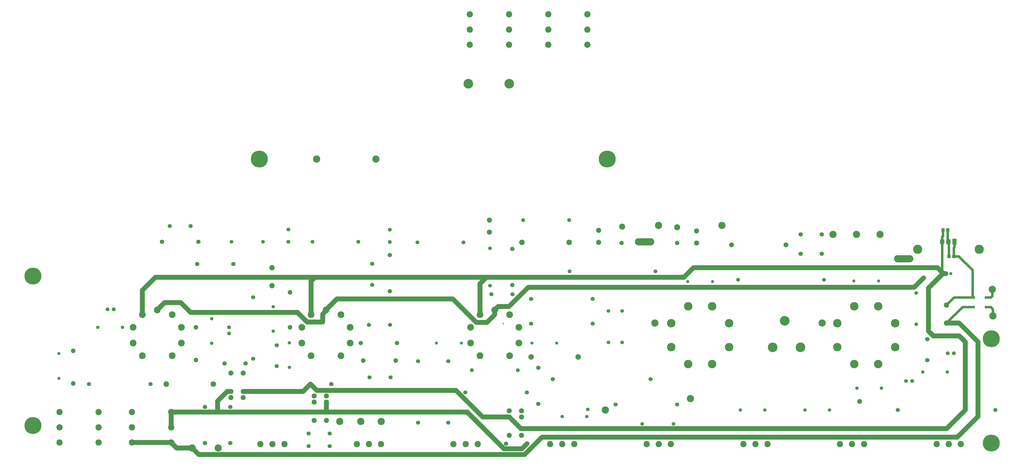
<source format=gtl>
G04 #@! TF.GenerationSoftware,KiCad,Pcbnew,9.0.4*
G04 #@! TF.CreationDate,2025-10-07T22:59:05+02:00*
G04 #@! TF.ProjectId,wb50,77623530-2e6b-4696-9361-645f70636258,rev?*
G04 #@! TF.SameCoordinates,Original*
G04 #@! TF.FileFunction,Copper,L1,Top*
G04 #@! TF.FilePolarity,Positive*
%FSLAX46Y46*%
G04 Gerber Fmt 4.6, Leading zero omitted, Abs format (unit mm)*
G04 Created by KiCad (PCBNEW 9.0.4) date 2025-10-07 22:59:05*
%MOMM*%
%LPD*%
G01*
G04 APERTURE LIST*
G04 #@! TA.AperFunction,EtchedComponent*
%ADD10C,3.000000*%
G04 #@! TD*
G04 #@! TA.AperFunction,ComponentPad*
%ADD11C,3.900000*%
G04 #@! TD*
G04 #@! TA.AperFunction,ConnectorPad*
%ADD12C,7.000000*%
G04 #@! TD*
G04 #@! TA.AperFunction,ComponentPad*
%ADD13C,1.800000*%
G04 #@! TD*
G04 #@! TA.AperFunction,ComponentPad*
%ADD14C,3.000000*%
G04 #@! TD*
G04 #@! TA.AperFunction,ComponentPad*
%ADD15C,2.100000*%
G04 #@! TD*
G04 #@! TA.AperFunction,ComponentPad*
%ADD16C,1.300000*%
G04 #@! TD*
G04 #@! TA.AperFunction,ComponentPad*
%ADD17C,2.600000*%
G04 #@! TD*
G04 #@! TA.AperFunction,ComponentPad*
%ADD18C,1.400000*%
G04 #@! TD*
G04 #@! TA.AperFunction,ComponentPad*
%ADD19C,1.600000*%
G04 #@! TD*
G04 #@! TA.AperFunction,ComponentPad*
%ADD20C,4.000000*%
G04 #@! TD*
G04 #@! TA.AperFunction,ComponentPad*
%ADD21C,1.700000*%
G04 #@! TD*
G04 #@! TA.AperFunction,ConnectorPad*
%ADD22C,3.800000*%
G04 #@! TD*
G04 #@! TA.AperFunction,ComponentPad*
%ADD23C,1.879604*%
G04 #@! TD*
G04 #@! TA.AperFunction,ComponentPad*
%ADD24C,1.524003*%
G04 #@! TD*
G04 #@! TA.AperFunction,ComponentPad*
%ADD25C,1.500000*%
G04 #@! TD*
G04 #@! TA.AperFunction,ComponentPad*
%ADD26C,3.200000*%
G04 #@! TD*
G04 #@! TA.AperFunction,ComponentPad*
%ADD27C,2.300000*%
G04 #@! TD*
G04 #@! TA.AperFunction,ComponentPad*
%ADD28C,2.000000*%
G04 #@! TD*
G04 #@! TA.AperFunction,ComponentPad*
%ADD29C,2.500000*%
G04 #@! TD*
G04 #@! TA.AperFunction,SMDPad,CuDef*
%ADD30R,1.964999X0.980010*%
G04 #@! TD*
G04 #@! TA.AperFunction,SMDPad,CuDef*
%ADD31R,1.410008X1.350013*%
G04 #@! TD*
G04 #@! TA.AperFunction,ComponentPad*
%ADD32C,2.200000*%
G04 #@! TD*
G04 #@! TA.AperFunction,ComponentPad*
%ADD33R,1.800000X2.600000*%
G04 #@! TD*
G04 #@! TA.AperFunction,ComponentPad*
%ADD34O,1.800000X2.600000*%
G04 #@! TD*
G04 #@! TA.AperFunction,ComponentPad*
%ADD35C,3.500000*%
G04 #@! TD*
G04 #@! TA.AperFunction,ComponentPad*
%ADD36C,2.800000*%
G04 #@! TD*
G04 #@! TA.AperFunction,ViaPad*
%ADD37C,1.500000*%
G04 #@! TD*
G04 #@! TA.AperFunction,ViaPad*
%ADD38C,2.000000*%
G04 #@! TD*
G04 #@! TA.AperFunction,ViaPad*
%ADD39C,0.600000*%
G04 #@! TD*
G04 #@! TA.AperFunction,Conductor*
%ADD40C,2.000000*%
G04 #@! TD*
G04 #@! TA.AperFunction,Conductor*
%ADD41C,1.000000*%
G04 #@! TD*
G04 APERTURE END LIST*
D10*
G04 #@! TO.C,N2*
X379500000Y-186250000D02*
X374500000Y-186250000D01*
G04 #@! TO.C,N1*
X481750000Y-193250000D02*
X486750000Y-193250000D01*
G04 #@! TD*
D11*
G04 #@! TO.P,MH8,1,1*
G04 #@! TO.N,unconnected-(MH8-Pad1)*
X361500000Y-152000000D03*
D12*
X361500000Y-152000000D03*
G04 #@! TD*
D11*
G04 #@! TO.P,MH7,1,1*
G04 #@! TO.N,unconnected-(MH7-Pad1)*
X217500000Y-152000000D03*
D12*
X217500000Y-152000000D03*
G04 #@! TD*
D11*
G04 #@! TO.P,MH6,1,1*
G04 #@! TO.N,unconnected-(MH6-Pad1)*
X520500000Y-226500000D03*
D12*
X520500000Y-226500000D03*
G04 #@! TD*
D11*
G04 #@! TO.P,MH5,1,1*
G04 #@! TO.N,unconnected-(MH5-Pad1)*
X520500000Y-269750000D03*
D12*
X520500000Y-269750000D03*
G04 #@! TD*
D11*
G04 #@! TO.P,MH4,1,1*
G04 #@! TO.N,unconnected-(MH4-Pad1)*
X123750000Y-262500000D03*
D12*
X123750000Y-262500000D03*
G04 #@! TD*
D11*
G04 #@! TO.P,MH3,1,1*
G04 #@! TO.N,unconnected-(MH3-Pad1)*
X123750000Y-200500000D03*
D12*
X123750000Y-200500000D03*
G04 #@! TD*
D13*
G04 #@! TO.P,R7,1,1*
G04 #@! TO.N,Net-(R6-Pad1)*
X205500000Y-254750000D03*
G04 #@! TO.P,R7,2,2*
G04 #@! TO.N,GND-AUD*
X205500000Y-269750000D03*
G04 #@! TD*
G04 #@! TO.P,D4,1,K*
G04 #@! TO.N,+12V*
X211850013Y-236750000D03*
G04 #@! TO.P,D4,2,A*
G04 #@! TO.N,REL-SW*
X203149987Y-236750000D03*
G04 #@! TD*
D14*
G04 #@! TO.P,X-BS-2,1,1*
G04 #@! TO.N,Net-(RELAY2-Pad10)*
X268000000Y-260750000D03*
G04 #@! TD*
D15*
G04 #@! TO.P,C10,1*
G04 #@! TO.N,HV-C*
X312750000Y-182250000D03*
G04 #@! TO.P,C10,2*
G04 #@! TO.N,GND-AUD*
X312750000Y-177250000D03*
G04 #@! TD*
D16*
G04 #@! TO.P,R17,1,1*
G04 #@! TO.N,Net-(V3A-G)*
X301150114Y-228250000D03*
G04 #@! TO.P,R17,2,2*
G04 #@! TO.N,Net-(R17-Pad2)*
X290849886Y-228250000D03*
G04 #@! TD*
G04 #@! TO.P,C1,1*
G04 #@! TO.N,+12V*
X501750000Y-199500000D03*
G04 #@! TO.P,C1,2*
G04 #@! TO.N,GND-AUX*
X503750000Y-199500000D03*
G04 #@! TD*
D13*
G04 #@! TO.P,R16,1,1*
G04 #@! TO.N,/Phase Inverter/PI_IN*
X333000000Y-253500000D03*
G04 #@! TO.P,R16,2,2*
G04 #@! TO.N,GND-AUD*
X333000000Y-238500000D03*
G04 #@! TD*
D15*
G04 #@! TO.P,RELAY1,1,1*
G04 #@! TO.N,Net-(R5-Pad1)*
X210790005Y-250830010D03*
G04 #@! TO.P,RELAY1,2,2*
G04 #@! TO.N,+12V*
X210790005Y-248290005D03*
G04 #@! TO.P,RELAY1,5,5*
G04 #@! TO.N,Net-(R6-Pad1)*
X210790005Y-240669990D03*
G04 #@! TO.P,RELAY1,6,6*
X205709995Y-240669990D03*
G04 #@! TO.P,RELAY1,9,9*
G04 #@! TO.N,REL-SW*
X205709995Y-248290005D03*
G04 #@! TO.P,RELAY1,10,10*
G04 #@! TO.N,/Connectors/Audio_IN*
X205709995Y-250830010D03*
G04 #@! TD*
D17*
G04 #@! TO.P,J1,1,S*
G04 #@! TO.N,GND-AUD*
X151000000Y-269500000D03*
G04 #@! TO.P,J1,2,R*
G04 #@! TO.N,/Connectors/Audio_IN*
X151000000Y-263200000D03*
G04 #@! TO.P,J1,3,T*
X151000000Y-256900000D03*
G04 #@! TO.P,J1,4,TN*
G04 #@! TO.N,GND-AUD*
X134800000Y-256900000D03*
G04 #@! TO.P,J1,5,RN*
X134800000Y-263200000D03*
G04 #@! TO.P,J1,6,SN*
X134800000Y-269500000D03*
G04 #@! TD*
D18*
G04 #@! TO.P,R28,1,1*
G04 #@! TO.N,Net-(R28-Pad1)*
X464899924Y-247000000D03*
G04 #@! TO.P,R28,2,2*
G04 #@! TO.N,/Power Amp/Bias-Set*
X475100076Y-247000000D03*
G04 #@! TD*
D19*
G04 #@! TO.P,U30,1,1*
G04 #@! TO.N,HV-B*
X345969964Y-198500000D03*
G04 #@! TO.P,U30,2,2*
G04 #@! TO.N,Net-(V5A-g2)*
X381530036Y-198500000D03*
G04 #@! TD*
D17*
G04 #@! TO.P,RV4,1,1*
G04 #@! TO.N,Net-(RV2-Pad2)*
X377900000Y-270200000D03*
G04 #@! TO.P,RV4,2,2*
G04 #@! TO.N,Net-(Audio-To-FX1-Pad1)*
X382900000Y-270200000D03*
G04 #@! TO.P,RV4,3,3*
G04 #@! TO.N,Net-(RV4-Pad3)*
X387900000Y-270200000D03*
G04 #@! TD*
D20*
G04 #@! TO.P,X9,1,1*
G04 #@! TO.N,/Connectors/NFB_IN*
X321000000Y-120750000D03*
G04 #@! TD*
D19*
G04 #@! TO.P,R27,1,1*
G04 #@! TO.N,HV-D*
X258500000Y-186250000D03*
G04 #@! TO.P,R27,2,2*
G04 #@! TO.N,HV-E*
X239500000Y-186250000D03*
G04 #@! TD*
D21*
G04 #@! TO.P,U14,1*
G04 #@! TO.N,Net-(R15-Pad2)*
X283250000Y-235750000D03*
G04 #@! TO.P,U14,2*
G04 #@! TO.N,Net-(RV2-Pad2)*
X283250000Y-261250000D03*
G04 #@! TD*
D17*
G04 #@! TO.P,MH2,1,1*
G04 #@! TO.N,Net-(MH2-Pad1)*
X515540259Y-189354953D03*
D22*
X515540259Y-189354953D03*
G04 #@! TD*
D13*
G04 #@! TO.P,D2,1,K*
G04 #@! TO.N,Net-(D1-K)*
X441649987Y-191250000D03*
G04 #@! TO.P,D2,2,A*
G04 #@! TO.N,Net-(D2-A)*
X450350013Y-191250000D03*
G04 #@! TD*
D15*
G04 #@! TO.P,C8,1*
G04 #@! TO.N,HV-A*
X398500000Y-186750000D03*
G04 #@! TO.P,C8,2*
G04 #@! TO.N,GND-PWR*
X398500000Y-181750000D03*
G04 #@! TD*
D19*
G04 #@! TO.P,U29,1,1*
G04 #@! TO.N,Net-(V4A-g2)*
X451280036Y-202000000D03*
G04 #@! TO.P,U29,2,2*
G04 #@! TO.N,HV-B*
X415719964Y-202000000D03*
G04 #@! TD*
G04 #@! TO.P,C14,1*
G04 #@! TO.N,GND-PWR*
X505020003Y-232500000D03*
G04 #@! TO.P,C14,2*
G04 #@! TO.N,Net-(D3-A)*
X502479997Y-232500000D03*
G04 #@! TD*
D23*
G04 #@! TO.P,R6,1,1*
G04 #@! TO.N,Net-(R6-Pad1)*
X191250000Y-235250064D03*
G04 #@! TO.P,R6,2,2*
G04 #@! TO.N,Net-(V1B-G)*
X191250000Y-221749936D03*
G04 #@! TD*
D24*
G04 #@! TO.P,U20,1,1*
G04 #@! TO.N,HV-C*
X313000000Y-189000064D03*
G04 #@! TO.P,U20,2,2*
G04 #@! TO.N,Net-(V3A-A{slash}P)*
X313000000Y-204499936D03*
G04 #@! TD*
D25*
G04 #@! TO.P,U22,1,1*
G04 #@! TO.N,Net-(R21-Pad2)*
X375999873Y-261750000D03*
G04 #@! TO.P,U22,2,2*
G04 #@! TO.N,/Connectors/NFB_IN*
X389000127Y-261750000D03*
G04 #@! TD*
D21*
G04 #@! TO.P,U13,1*
G04 #@! TO.N,Net-(V2B-C{slash}K)*
X262900000Y-220750000D03*
G04 #@! TO.P,U13,2*
G04 #@! TO.N,GND-AUD*
X271600000Y-220750000D03*
G04 #@! TD*
D17*
G04 #@! TO.P,RV1,1,1*
G04 #@! TO.N,Net-(R19-Pad2)*
X497900000Y-270200000D03*
G04 #@! TO.P,RV1,2,2*
G04 #@! TO.N,Net-(RV1-Pad2)*
X502900000Y-270200000D03*
G04 #@! TO.P,RV1,3,3*
G04 #@! TO.N,GND-AUD*
X507900000Y-270200000D03*
G04 #@! TD*
D14*
G04 #@! TO.P,X-BS-1,1,1*
G04 #@! TO.N,Net-(U10-Pad2)*
X250750000Y-260750000D03*
G04 #@! TD*
D21*
G04 #@! TO.P,U9,1*
G04 #@! TO.N,Net-(RV7-Pad3)*
X237900000Y-271000000D03*
G04 #@! TO.P,U9,2*
G04 #@! TO.N,Net-(U9-Pad2)*
X246600000Y-271000000D03*
G04 #@! TD*
D18*
G04 #@! TO.P,R21,1,1*
G04 #@! TO.N,Net-(R19-Pad2)*
X342899924Y-258750000D03*
G04 #@! TO.P,R21,2,2*
G04 #@! TO.N,Net-(R21-Pad2)*
X353100076Y-258750000D03*
G04 #@! TD*
D14*
G04 #@! TO.P,Audio-B1,1,1*
G04 #@! TO.N,Net-(V5A-a)*
X381250000Y-220000000D03*
G04 #@! TD*
D21*
G04 #@! TO.P,U11,1*
G04 #@! TO.N,/Pre Amp/PreAmp_OUT*
X224750000Y-237850000D03*
G04 #@! TO.P,U11,2*
G04 #@! TO.N,Net-(V2A-G)*
X224750000Y-229150000D03*
G04 #@! TD*
D14*
G04 #@! TO.P,AC-IN1,1,1*
G04 #@! TO.N,Net-(D1-A)*
X455000000Y-183250000D03*
G04 #@! TD*
D21*
G04 #@! TO.P,U10,1*
G04 #@! TO.N,Net-(RV7-Pad3)*
X237900000Y-265750000D03*
G04 #@! TO.P,U10,2*
G04 #@! TO.N,Net-(U10-Pad2)*
X246600000Y-265750000D03*
G04 #@! TD*
D19*
G04 #@! TO.P,C12,1*
G04 #@! TO.N,HV-E*
X229500000Y-186290005D03*
G04 #@! TO.P,C12,2*
G04 #@! TO.N,GND-AUD*
X229500000Y-181209995D03*
G04 #@! TD*
D13*
G04 #@! TO.P,R3,1,1*
G04 #@! TO.N,Net-(R3-Pad1)*
X192250000Y-186250000D03*
G04 #@! TO.P,R3,2,2*
G04 #@! TO.N,Net-(V1A-A{slash}P)*
X177250000Y-186250000D03*
G04 #@! TD*
D26*
G04 #@! TO.P,U1,1*
G04 #@! TO.N,Net-(MH1-Pad1)*
X490040246Y-189354953D03*
G04 #@! TO.P,U1,2*
G04 #@! TO.N,Net-(MH2-Pad1)*
X515540373Y-189354953D03*
G04 #@! TD*
D14*
G04 #@! TO.P,X2,1,1*
G04 #@! TO.N,GND-AUX*
X189750000Y-271750000D03*
G04 #@! TD*
G04 #@! TO.P,THUMP1,1,1*
G04 #@! TO.N,Net-(R21-Pad2)*
X360750000Y-256000000D03*
G04 #@! TD*
G04 #@! TO.P,AC-IN3,1,1*
G04 #@! TO.N,Net-(D2-A)*
X474500000Y-183250000D03*
G04 #@! TD*
D27*
G04 #@! TO.P,U18,1,1*
G04 #@! TO.N,Net-(V3A-C{slash}K)*
X329999936Y-234000000D03*
G04 #@! TO.P,U18,2,2*
G04 #@! TO.N,Net-(R17-Pad2)*
X349500064Y-234000000D03*
G04 #@! TD*
D21*
G04 #@! TO.P,U7,1*
G04 #@! TO.N,Net-(V1A-A{slash}P)*
X147000000Y-245250000D03*
G04 #@! TO.P,U7,2*
G04 #@! TO.N,Net-(U5-Pad1)*
X172500000Y-245250000D03*
G04 #@! TD*
D14*
G04 #@! TO.P,THUMP2,1,1*
G04 #@! TO.N,/Connectors/NFB_IN*
X396000000Y-251250000D03*
G04 #@! TD*
D17*
G04 #@! TO.P,J3,1,S*
G04 #@! TO.N,GND-AUD*
X304650000Y-91950000D03*
G04 #@! TO.P,J3,2,R*
G04 #@! TO.N,/Connectors/NFB_IN*
X304650000Y-98250000D03*
G04 #@! TO.P,J3,3,T*
X304650000Y-104550000D03*
G04 #@! TO.P,J3,4,TN*
X320850000Y-104550000D03*
G04 #@! TO.P,J3,5,RN*
X320850000Y-98250000D03*
G04 #@! TO.P,J3,6,SN*
G04 #@! TO.N,Net-(J3-SN)*
X320850000Y-91950000D03*
G04 #@! TD*
D14*
G04 #@! TO.P,AC-IN4,1,1*
G04 #@! TO.N,Net-(AC-IN4-Pad1)*
X521000000Y-206000000D03*
G04 #@! TD*
D19*
G04 #@! TO.P,R19,1,1*
G04 #@! TO.N,Net-(R17-Pad2)*
X305500000Y-239500000D03*
G04 #@! TO.P,R19,2,2*
G04 #@! TO.N,Net-(R19-Pad2)*
X324500000Y-239500000D03*
G04 #@! TD*
D18*
G04 #@! TO.P,R4,1,1*
G04 #@! TO.N,Net-(V1A-C{slash}K)*
X160850076Y-221750000D03*
G04 #@! TO.P,R4,2,2*
G04 #@! TO.N,GND-AUD*
X150649924Y-221750000D03*
G04 #@! TD*
D13*
G04 #@! TO.P,D6,1,K*
G04 #@! TO.N,+12V*
X319649987Y-270000000D03*
G04 #@! TO.P,D6,2,A*
G04 #@! TO.N,REL-SW*
X328350013Y-270000000D03*
G04 #@! TD*
D15*
G04 #@! TO.P,RELAY2,1,1*
G04 #@! TO.N,Net-(RELAY2-Pad1)*
X240209995Y-250169990D03*
G04 #@! TO.P,RELAY2,2,2*
G04 #@! TO.N,+12V*
X240209995Y-252709995D03*
G04 #@! TO.P,RELAY2,5,5*
G04 #@! TO.N,/Pre Amp/PreAmp_OUT*
X240209995Y-260330010D03*
G04 #@! TO.P,RELAY2,6,6*
X245290005Y-260330010D03*
G04 #@! TO.P,RELAY2,9,9*
G04 #@! TO.N,REL-SW*
X245290005Y-252709995D03*
G04 #@! TO.P,RELAY2,10,10*
G04 #@! TO.N,Net-(RELAY2-Pad10)*
X245290005Y-250169990D03*
G04 #@! TD*
D14*
G04 #@! TO.P,Audo-From-FX1,1,1*
G04 #@! TO.N,Net-(Audo-From-FX1-Pad1)*
X241250000Y-152000000D03*
G04 #@! TD*
D25*
G04 #@! TO.P,R32,1,1*
G04 #@! TO.N,Net-(D2-A)*
X489500000Y-207499873D03*
G04 #@! TO.P,R32,2,2*
G04 #@! TO.N,Net-(D3-K)*
X489500000Y-220500127D03*
G04 #@! TD*
D14*
G04 #@! TO.P,X-BS-3,1,1*
G04 #@! TO.N,Net-(U9-Pad2)*
X259500000Y-260750000D03*
G04 #@! TD*
D17*
G04 #@! TO.P,MH1,1,1*
G04 #@! TO.N,Net-(MH1-Pad1)*
X490040259Y-189354953D03*
D22*
X490040259Y-189354953D03*
G04 #@! TD*
D28*
G04 #@! TO.P,U31,1,1*
G04 #@! TO.N,Net-(D1-K)*
X435499936Y-187500000D03*
G04 #@! TO.P,U31,2,2*
G04 #@! TO.N,HV-A*
X413000064Y-187500000D03*
G04 #@! TD*
D21*
G04 #@! TO.P,U21,1*
G04 #@! TO.N,Net-(V3A-A{slash}P)*
X313650000Y-208000000D03*
G04 #@! TO.P,U21,2*
G04 #@! TO.N,Net-(V3B-A{slash}P)*
X322350000Y-208000000D03*
G04 #@! TD*
D16*
G04 #@! TO.P,R22,1,1*
G04 #@! TO.N,/Phase Inverter/PI_OUT_A*
X463599886Y-202500000D03*
G04 #@! TO.P,R22,2,2*
G04 #@! TO.N,Net-(V4A-g1)*
X473900114Y-202500000D03*
G04 #@! TD*
D13*
G04 #@! TO.P,R12,1,1*
G04 #@! TO.N,HV-D*
X271500000Y-191750000D03*
G04 #@! TO.P,R12,2,2*
G04 #@! TO.N,Net-(V2A-A{slash}P)*
X271500000Y-206750000D03*
G04 #@! TD*
D20*
G04 #@! TO.P,X12,1,1*
G04 #@! TO.N,GND-AUD*
X304000000Y-120750000D03*
G04 #@! TD*
D14*
G04 #@! TO.P,HV-OT2,1,1*
G04 #@! TO.N,HV-A*
X382750000Y-179500000D03*
G04 #@! TD*
D20*
G04 #@! TO.P,AC-IN8,1,1*
G04 #@! TO.N,HEAT2*
X430000000Y-230000000D03*
G04 #@! TD*
D17*
G04 #@! TO.P,RV3,1,1*
G04 #@! TO.N,GND-AUD*
X417900000Y-270200000D03*
G04 #@! TO.P,RV3,2,2*
G04 #@! TO.N,Net-(RV3-Pad2)*
X422900000Y-270200000D03*
G04 #@! TO.P,RV3,3,3*
G04 #@! TO.N,Net-(RV2-Pad1)*
X427900000Y-270200000D03*
G04 #@! TD*
D20*
G04 #@! TO.P,AC-IN6,1,1*
G04 #@! TO.N,HEAT1*
X441500000Y-230000000D03*
G04 #@! TD*
D16*
G04 #@! TO.P,R23,1,1*
G04 #@! TO.N,/Phase Inverter/PI_OUT_B*
X394849886Y-202750000D03*
G04 #@! TO.P,R23,2,2*
G04 #@! TO.N,Net-(V5A-g1)*
X405150114Y-202750000D03*
G04 #@! TD*
D21*
G04 #@! TO.P,U17,1*
G04 #@! TO.N,/Phase Inverter/PI_IN*
X328250000Y-248750000D03*
G04 #@! TO.P,U17,2*
G04 #@! TO.N,Net-(V3A-G)*
X302750000Y-248750000D03*
G04 #@! TD*
D14*
G04 #@! TO.P,Audio-To-FX1,1,1*
G04 #@! TO.N,Net-(Audio-To-FX1-Pad1)*
X265750000Y-152000000D03*
G04 #@! TD*
D29*
G04 #@! TO.P,Choke1,1,1*
G04 #@! TO.N,HV-A*
X390500000Y-180250000D03*
G04 #@! TD*
D21*
G04 #@! TO.P,U16,1*
G04 #@! TO.N,Net-(V2B-C{slash}K)*
X263150000Y-242500000D03*
G04 #@! TO.P,U16,2*
G04 #@! TO.N,Net-(RV4-Pad3)*
X271850000Y-242500000D03*
G04 #@! TD*
D17*
G04 #@! TO.P,RV2,1,1*
G04 #@! TO.N,Net-(RV2-Pad1)*
X457900000Y-270200000D03*
G04 #@! TO.P,RV2,2,2*
G04 #@! TO.N,Net-(RV2-Pad2)*
X462900000Y-270200000D03*
G04 #@! TO.P,RV2,3,3*
X467900000Y-270200000D03*
G04 #@! TD*
D25*
G04 #@! TO.P,U4,1,1*
G04 #@! TO.N,HV-E*
X219000127Y-186250000D03*
G04 #@! TO.P,U4,2,2*
G04 #@! TO.N,Net-(R3-Pad1)*
X205999873Y-186250000D03*
G04 #@! TD*
D14*
G04 #@! TO.P,AC-IN2,1,1*
G04 #@! TO.N,GND-PWR*
X464750000Y-183250000D03*
G04 #@! TD*
D15*
G04 #@! TO.P,RELAY3,1,1*
G04 #@! TO.N,Net-(RELAY3-Pad1)*
X321000000Y-256339980D03*
G04 #@! TO.P,RELAY3,2,2*
G04 #@! TO.N,+12V*
X321000000Y-258879985D03*
G04 #@! TO.P,RELAY3,5,5*
G04 #@! TO.N,/Phase Inverter/PI_IN*
X321000000Y-266500000D03*
G04 #@! TO.P,RELAY3,6,6*
X326080010Y-266500000D03*
G04 #@! TO.P,RELAY3,9,9*
G04 #@! TO.N,REL-SW*
X326080010Y-258879985D03*
G04 #@! TO.P,RELAY3,10,10*
G04 #@! TO.N,Net-(RELAY3-Pad10)*
X326080010Y-256339980D03*
G04 #@! TD*
D19*
G04 #@! TO.P,R26,1,1*
G04 #@! TO.N,HV-C*
X302000000Y-186500000D03*
G04 #@! TO.P,R26,2,2*
G04 #@! TO.N,HV-D*
X283000000Y-186500000D03*
G04 #@! TD*
D15*
G04 #@! TO.P,C9,1*
G04 #@! TO.N,HV-B*
X358000000Y-186500000D03*
G04 #@! TO.P,C9,2*
G04 #@! TO.N,GND-AUD*
X358000000Y-181500000D03*
G04 #@! TD*
D13*
G04 #@! TO.P,R14,1,1*
G04 #@! TO.N,Net-(V2B-C{slash}K)*
X259500000Y-228250000D03*
G04 #@! TO.P,R14,2,2*
G04 #@! TO.N,GND-AUD*
X274500000Y-228250000D03*
G04 #@! TD*
D14*
G04 #@! TO.P,AC-IN5,1,1*
G04 #@! TO.N,Net-(AC-IN5-Pad1)*
X521250000Y-217000000D03*
G04 #@! TD*
G04 #@! TO.P,X1,1,1*
G04 #@! TO.N,Net-(J2-RN)*
X200500000Y-271750000D03*
G04 #@! TD*
D21*
G04 #@! TO.P,U8,1*
G04 #@! TO.N,Net-(V1B-A{slash}P)*
X215000000Y-209250000D03*
G04 #@! TO.P,U8,2*
G04 #@! TO.N,Net-(RV7-Pad3)*
X215000000Y-234750000D03*
G04 #@! TD*
D23*
G04 #@! TO.P,R15,1,1*
G04 #@! TO.N,Net-(V2B-C{slash}K)*
X260499936Y-235500000D03*
G04 #@! TO.P,R15,2,2*
G04 #@! TO.N,Net-(R15-Pad2)*
X274000064Y-235500000D03*
G04 #@! TD*
D21*
G04 #@! TO.P,U15,1*
G04 #@! TO.N,Net-(R15-Pad2)*
X295750000Y-235750000D03*
G04 #@! TO.P,U15,2*
G04 #@! TO.N,Net-(RV3-Pad2)*
X295750000Y-261250000D03*
G04 #@! TD*
D14*
G04 #@! TO.P,Audio-A1,1,1*
G04 #@! TO.N,Net-(V4A-a)*
X450500000Y-220000000D03*
G04 #@! TD*
D30*
G04 #@! TO.P,U3,1,DC+*
G04 #@! TO.N,Net-(U2-passive)*
X512807785Y-209354953D03*
G04 #@! TO.P,U3,2,DC-*
G04 #@! TO.N,GND-AUX*
X512807785Y-213354953D03*
G04 #@! TO.P,U3,3,AC*
G04 #@! TO.N,Net-(AC-IN5-Pad1)*
X518772733Y-213354953D03*
G04 #@! TO.P,U3,4,AC*
G04 #@! TO.N,Net-(AC-IN4-Pad1)*
X518772733Y-209354953D03*
G04 #@! TD*
D18*
G04 #@! TO.P,R10,1,1*
G04 #@! TO.N,/Pre Amp/PreAmp_OUT*
X230000000Y-238350076D03*
G04 #@! TO.P,R10,2,2*
G04 #@! TO.N,Net-(V2A-G)*
X230000000Y-228149924D03*
G04 #@! TD*
D13*
G04 #@! TO.P,D5,1,K*
G04 #@! TO.N,+12V*
X238649987Y-245250000D03*
G04 #@! TO.P,D5,2,A*
G04 #@! TO.N,REL-SW*
X247350013Y-245250000D03*
G04 #@! TD*
D18*
G04 #@! TO.P,R31,1,1*
G04 #@! TO.N,GND-AUD*
X426850076Y-256000000D03*
G04 #@! TO.P,R31,2,2*
G04 #@! TO.N,Net-(V5A-g3)*
X416649924Y-256000000D03*
G04 #@! TD*
D20*
G04 #@! TO.P,AC-IN7,1,1*
G04 #@! TO.N,GND-PWR*
X435000000Y-219000000D03*
G04 #@! TD*
D31*
G04 #@! TO.P,C3,1*
G04 #@! TO.N,Net-(U2-passive)*
X505040259Y-192354953D03*
G04 #@! TO.P,C3,2*
G04 #@! TO.N,GND-AUX*
X503040259Y-192354953D03*
G04 #@! TD*
D23*
G04 #@! TO.P,R13,1,1*
G04 #@! TO.N,Net-(V2A-C{slash}K)*
X230250000Y-221749936D03*
G04 #@! TO.P,R13,2,2*
G04 #@! TO.N,GND-AUD*
X230250000Y-207250064D03*
G04 #@! TD*
D17*
G04 #@! TO.P,RV7,1,1*
G04 #@! TO.N,GND-AUD*
X257900000Y-270200000D03*
G04 #@! TO.P,RV7,2,2*
G04 #@! TO.N,Net-(RELAY2-Pad10)*
X262900000Y-270200000D03*
G04 #@! TO.P,RV7,3,3*
G04 #@! TO.N,Net-(RV7-Pad3)*
X267900000Y-270200000D03*
G04 #@! TD*
D27*
G04 #@! TO.P,U5,1,1*
G04 #@! TO.N,Net-(U5-Pad1)*
X178999936Y-245250000D03*
G04 #@! TO.P,U5,2,2*
G04 #@! TO.N,Net-(R5-Pad1)*
X198500064Y-245250000D03*
G04 #@! TD*
D21*
G04 #@! TO.P,U23,1*
G04 #@! TO.N,Net-(V3B-G)*
X379450000Y-243250000D03*
G04 #@! TO.P,U23,2*
G04 #@! TO.N,Net-(R19-Pad2)*
X339050000Y-243250000D03*
G04 #@! TD*
D18*
G04 #@! TO.P,R30,1,1*
G04 #@! TO.N,Net-(V4A-g3)*
X453600076Y-256000000D03*
G04 #@! TO.P,R30,2,2*
G04 #@! TO.N,GND-AUD*
X443399924Y-256000000D03*
G04 #@! TD*
D27*
G04 #@! TO.P,U32,1,1*
G04 #@! TO.N,HV-B*
X345750064Y-186500000D03*
G04 #@! TO.P,U32,2,2*
G04 #@! TO.N,Net-(R25-Pad1)*
X326249936Y-186500000D03*
G04 #@! TD*
D13*
G04 #@! TO.P,D1,1,K*
G04 #@! TO.N,Net-(D1-K)*
X441649987Y-183250000D03*
G04 #@! TO.P,D1,2,A*
G04 #@! TO.N,Net-(D1-A)*
X450350013Y-183250000D03*
G04 #@! TD*
D21*
G04 #@! TO.P,U26,1*
G04 #@! TO.N,Net-(V3B-A{slash}P)*
X330000000Y-210000000D03*
G04 #@! TO.P,U26,2*
G04 #@! TO.N,/Phase Inverter/PI_OUT_B*
X355500000Y-210000000D03*
G04 #@! TD*
D13*
G04 #@! TO.P,R24,1,1*
G04 #@! TO.N,HV-A*
X390500127Y-186750000D03*
G04 #@! TO.P,R24,2,2*
G04 #@! TO.N,HV-B*
X367499873Y-186750000D03*
G04 #@! TD*
D32*
G04 #@! TO.P,C2,1*
G04 #@! TO.N,Net-(U2-passive)*
X502000000Y-212500064D03*
G04 #@! TO.P,C2,2*
G04 #@! TO.N,GND-AUX*
X502000000Y-219999936D03*
G04 #@! TD*
D13*
G04 #@! TO.P,R20,1,1*
G04 #@! TO.N,HV-C*
X322250000Y-189250000D03*
G04 #@! TO.P,R20,2,2*
G04 #@! TO.N,Net-(V3B-A{slash}P)*
X322250000Y-204250000D03*
G04 #@! TD*
D23*
G04 #@! TO.P,R1,1,1*
G04 #@! TO.N,/Connectors/Audio_IN*
X140500000Y-245000064D03*
G04 #@! TO.P,R1,2,2*
G04 #@! TO.N,Net-(V1A-G)*
X140500000Y-231499936D03*
G04 #@! TD*
D21*
G04 #@! TO.P,U12,1*
G04 #@! TO.N,HV-D*
X264250000Y-195400000D03*
G04 #@! TO.P,U12,2*
G04 #@! TO.N,Net-(V2A-A{slash}P)*
X264250000Y-204100000D03*
G04 #@! TD*
D32*
G04 #@! TO.P,C7,1*
G04 #@! TO.N,Net-(V2A-C{slash}K)*
X222750000Y-204499936D03*
G04 #@! TO.P,C7,2*
G04 #@! TO.N,GND-AUD*
X222750000Y-197000064D03*
G04 #@! TD*
D21*
G04 #@! TO.P,U6,1*
G04 #@! TO.N,Net-(R3-Pad1)*
X189100000Y-179750000D03*
G04 #@! TO.P,U6,2*
G04 #@! TO.N,Net-(V1A-A{slash}P)*
X180400000Y-179750000D03*
G04 #@! TD*
D19*
G04 #@! TO.P,R25,1,1*
G04 #@! TO.N,Net-(R25-Pad1)*
X345750000Y-177250000D03*
G04 #@! TO.P,R25,2,2*
G04 #@! TO.N,HV-C*
X326750000Y-177250000D03*
G04 #@! TD*
D13*
G04 #@! TO.P,R5,1,1*
G04 #@! TO.N,Net-(R5-Pad1)*
X195000000Y-254750000D03*
G04 #@! TO.P,R5,2,2*
G04 #@! TO.N,GND-AUD*
X195000000Y-269750000D03*
G04 #@! TD*
D19*
G04 #@! TO.P,C5,1*
G04 #@! TO.N,Net-(V1A-C{slash}K)*
X157270003Y-214250000D03*
G04 #@! TO.P,C5,2*
G04 #@! TO.N,GND-AUD*
X154729997Y-214250000D03*
G04 #@! TD*
D17*
G04 #@! TO.P,J2,1,S*
G04 #@! TO.N,GND-AUX*
X181000000Y-269500000D03*
G04 #@! TO.P,J2,2,R*
G04 #@! TO.N,REL-SW*
X181000000Y-263200000D03*
G04 #@! TO.P,J2,3,T*
X181000000Y-256900000D03*
G04 #@! TO.P,J2,4,TN*
G04 #@! TO.N,Net-(J2-RN)*
X164800000Y-256900000D03*
G04 #@! TO.P,J2,5,RN*
X164800000Y-263200000D03*
G04 #@! TO.P,J2,6,SN*
G04 #@! TO.N,GND-AUX*
X164800000Y-269500000D03*
G04 #@! TD*
D33*
G04 #@! TO.P,U2,1,passive*
G04 #@! TO.N,Net-(U2-passive)*
X505330264Y-186259906D03*
D34*
G04 #@! TO.P,U2,2,GND*
G04 #@! TO.N,GND-AUX*
X502790259Y-186259906D03*
G04 #@! TO.P,U2,3,OUTPUT*
G04 #@! TO.N,+12V*
X500250000Y-186250000D03*
G04 #@! TD*
D21*
G04 #@! TO.P,U25,1*
G04 #@! TO.N,Net-(V3A-A{slash}P)*
X330000000Y-220250000D03*
G04 #@! TO.P,U25,2*
G04 #@! TO.N,/Phase Inverter/PI_OUT_A*
X355500000Y-220250000D03*
G04 #@! TD*
D19*
G04 #@! TO.P,C11,1*
G04 #@! TO.N,HV-D*
X271500000Y-186330010D03*
G04 #@! TO.P,C11,2*
G04 #@! TO.N,GND-AUD*
X271500000Y-181250000D03*
G04 #@! TD*
D25*
G04 #@! TO.P,U28,1,1*
G04 #@! TO.N,/Power Amp/Bias-Set*
X367750000Y-228000127D03*
G04 #@! TO.P,U28,2,2*
G04 #@! TO.N,/Phase Inverter/PI_OUT_B*
X367750000Y-214999873D03*
G04 #@! TD*
D16*
G04 #@! TO.P,R2,1,1*
G04 #@! TO.N,/Connectors/Audio_IN*
X134500000Y-242900114D03*
G04 #@! TO.P,R2,2,2*
G04 #@! TO.N,GND-AUD*
X134500000Y-232599886D03*
G04 #@! TD*
D14*
G04 #@! TO.P,HV-OT1,1,1*
G04 #@! TO.N,HV-A*
X409000000Y-179500000D03*
G04 #@! TD*
D16*
G04 #@! TO.P,R18,1,1*
G04 #@! TO.N,Net-(V3B-G)*
X330349886Y-228250000D03*
G04 #@! TO.P,R18,2,2*
G04 #@! TO.N,Net-(R17-Pad2)*
X340650114Y-228250000D03*
G04 #@! TD*
D17*
G04 #@! TO.P,RV5,1,1*
G04 #@! TO.N,GND-AUD*
X337900000Y-270200000D03*
G04 #@! TO.P,RV5,2,2*
G04 #@! TO.N,Net-(RELAY3-Pad10)*
X342900000Y-270200000D03*
G04 #@! TO.P,RV5,3,3*
G04 #@! TO.N,Net-(Audo-From-FX1-Pad1)*
X347900000Y-270200000D03*
G04 #@! TD*
G04 #@! TO.P,RV6,1,1*
G04 #@! TO.N,GND-AUD*
X297900000Y-270200000D03*
G04 #@! TO.P,RV6,2,2*
G04 #@! TO.N,Net-(RELAY3-Pad1)*
X302900000Y-270200000D03*
G04 #@! TO.P,RV6,3,3*
G04 #@! TO.N,Net-(Audo-From-FX1-Pad1)*
X307900000Y-270200000D03*
G04 #@! TD*
G04 #@! TO.P,J4,1,S*
G04 #@! TO.N,GND-AUD*
X337150000Y-91950000D03*
G04 #@! TO.P,J4,2,R*
G04 #@! TO.N,/Connectors/NFB_IN*
X337150000Y-98250000D03*
G04 #@! TO.P,J4,3,T*
X337150000Y-104550000D03*
G04 #@! TO.P,J4,4,TN*
G04 #@! TO.N,Net-(J3-SN)*
X353350000Y-104550000D03*
G04 #@! TO.P,J4,5,RN*
X353350000Y-98250000D03*
G04 #@! TO.P,J4,6,SN*
G04 #@! TO.N,GND-AUD*
X353350000Y-91950000D03*
G04 #@! TD*
D21*
G04 #@! TO.P,U24,1*
G04 #@! TO.N,Net-(R21-Pad2)*
X365000000Y-253750000D03*
G04 #@! TO.P,U24,2*
G04 #@! TO.N,/Connectors/NFB_IN*
X390500000Y-253750000D03*
G04 #@! TD*
D18*
G04 #@! TO.P,R11,1,1*
G04 #@! TO.N,Net-(V2A-G)*
X223250000Y-223350076D03*
G04 #@! TO.P,R11,2,2*
G04 #@! TO.N,GND-AUD*
X223250000Y-213149924D03*
G04 #@! TD*
D31*
G04 #@! TO.P,C4,1*
G04 #@! TO.N,+12V*
X500540259Y-181354953D03*
G04 #@! TO.P,C4,2*
G04 #@! TO.N,GND-AUX*
X502540259Y-181354953D03*
G04 #@! TD*
D13*
G04 #@! TO.P,D3,1,K*
G04 #@! TO.N,Net-(D3-K)*
X494000000Y-226649987D03*
G04 #@! TO.P,D3,2,A*
G04 #@! TO.N,Net-(D3-A)*
X494000000Y-235350013D03*
G04 #@! TD*
D19*
G04 #@! TO.P,C6,1*
G04 #@! TO.N,Net-(V1B-C{slash}K)*
X205000000Y-224270003D03*
G04 #@! TO.P,C6,2*
G04 #@! TO.N,GND-AUD*
X205000000Y-221729997D03*
G04 #@! TD*
D13*
G04 #@! TO.P,R9,1,1*
G04 #@! TO.N,HV-E*
X206750000Y-195500000D03*
G04 #@! TO.P,R9,2,2*
G04 #@! TO.N,Net-(V1B-A{slash}P)*
X191750000Y-195500000D03*
G04 #@! TD*
D17*
G04 #@! TO.P,RV8,1,1*
G04 #@! TO.N,GND-AUD*
X217900000Y-270200000D03*
G04 #@! TO.P,RV8,2,2*
G04 #@! TO.N,Net-(RELAY2-Pad1)*
X222900000Y-270200000D03*
G04 #@! TO.P,RV8,3,3*
G04 #@! TO.N,Net-(RV7-Pad3)*
X227900000Y-270200000D03*
G04 #@! TD*
D19*
G04 #@! TO.P,C13,1*
G04 #@! TO.N,GND-PWR*
X487770003Y-244000000D03*
G04 #@! TO.P,C13,2*
G04 #@! TO.N,/Power Amp/Bias-Set*
X485229997Y-244000000D03*
G04 #@! TD*
D21*
G04 #@! TO.P,U19,1*
G04 #@! TO.N,Net-(RV1-Pad2)*
X481800000Y-256000000D03*
G04 #@! TO.P,U19,2*
G04 #@! TO.N,GND-AUD*
X522200000Y-256000000D03*
G04 #@! TD*
D18*
G04 #@! TO.P,R8,1,1*
G04 #@! TO.N,Net-(V1B-C{slash}K)*
X197750000Y-228350076D03*
G04 #@! TO.P,R8,2,2*
G04 #@! TO.N,GND-AUD*
X197750000Y-218149924D03*
G04 #@! TD*
D29*
G04 #@! TO.P,Choke2,1,1*
G04 #@! TO.N,HV-B*
X367750000Y-180000000D03*
G04 #@! TD*
D18*
G04 #@! TO.P,R29,1,1*
G04 #@! TO.N,/Power Amp/Bias-Set*
X492149924Y-240250000D03*
G04 #@! TO.P,R29,2,2*
G04 #@! TO.N,Net-(D3-A)*
X502350076Y-240250000D03*
G04 #@! TD*
D25*
G04 #@! TO.P,U27,1,1*
G04 #@! TO.N,/Phase Inverter/PI_OUT_A*
X362000000Y-214999873D03*
G04 #@! TO.P,U27,2,2*
G04 #@! TO.N,/Power Amp/Bias-Set*
X362000000Y-228000127D03*
G04 #@! TD*
D35*
G04 #@! TO.P,V4,1,g3*
G04 #@! TO.N,Net-(V4A-g3)*
X463775000Y-237010000D03*
G04 #@! TO.P,V4,2,f*
G04 #@! TO.N,HEAT1*
X456740000Y-229975000D03*
G04 #@! TO.P,V4,3,a*
G04 #@! TO.N,Net-(V4A-a)*
X456740000Y-220025000D03*
G04 #@! TO.P,V4,4,g2*
G04 #@! TO.N,Net-(V4A-g2)*
X463775000Y-212990000D03*
G04 #@! TO.P,V4,5,g1*
G04 #@! TO.N,Net-(V4A-g1)*
X473725000Y-212990000D03*
G04 #@! TO.P,V4,6*
G04 #@! TO.N,N/C*
X480760000Y-220025000D03*
G04 #@! TO.P,V4,7,f*
G04 #@! TO.N,HEAT2*
X480760000Y-229975000D03*
G04 #@! TO.P,V4,8,k*
G04 #@! TO.N,Net-(V4A-g3)*
X473725000Y-237010000D03*
G04 #@! TD*
G04 #@! TO.P,V5,1,g3*
G04 #@! TO.N,Net-(V5A-g3)*
X395025000Y-237010000D03*
G04 #@! TO.P,V5,2,f*
G04 #@! TO.N,HEAT1*
X387990000Y-229975000D03*
G04 #@! TO.P,V5,3,a*
G04 #@! TO.N,Net-(V5A-a)*
X387990000Y-220025000D03*
G04 #@! TO.P,V5,4,g2*
G04 #@! TO.N,Net-(V5A-g2)*
X395025000Y-212990000D03*
G04 #@! TO.P,V5,5,g1*
G04 #@! TO.N,Net-(V5A-g1)*
X404975000Y-212990000D03*
G04 #@! TO.P,V5,6*
G04 #@! TO.N,N/C*
X412010000Y-220025000D03*
G04 #@! TO.P,V5,7,f*
G04 #@! TO.N,HEAT2*
X412010000Y-229975000D03*
G04 #@! TO.P,V5,8,k*
G04 #@! TO.N,Net-(V5A-g3)*
X404975000Y-237010000D03*
G04 #@! TD*
D36*
G04 #@! TO.P,V2,1,A/P*
G04 #@! TO.N,Net-(V2A-A{slash}P)*
X238952978Y-233494490D03*
G04 #@! TO.P,V2,2,G*
G04 #@! TO.N,Net-(V2A-G)*
X235138522Y-228244821D03*
G04 #@! TO.P,V2,3,C/K*
G04 #@! TO.N,Net-(V2A-C{slash}K)*
X235138907Y-221755322D03*
G04 #@! TO.P,V2,4,H1*
G04 #@! TO.N,+12V*
X238953028Y-216504980D03*
G04 #@! TO.P,V2,5,H2*
G04 #@! TO.N,GND-AUX*
X245124665Y-214499989D03*
G04 #@! TO.P,V2,6,A/P*
G04 #@! TO.N,HV-D*
X251297022Y-216505510D03*
G04 #@! TO.P,V2,7,G*
G04 #@! TO.N,Net-(V2A-A{slash}P)*
X255111478Y-221755179D03*
G04 #@! TO.P,V2,8,C/K*
G04 #@! TO.N,Net-(V2B-C{slash}K)*
X255111093Y-228244678D03*
G04 #@! TO.P,V2,9,CT*
G04 #@! TO.N,unconnected-(V2C-CT-Pad9)*
X251296972Y-233495020D03*
G04 #@! TD*
G04 #@! TO.P,V1,1,A/P*
G04 #@! TO.N,Net-(V1A-A{slash}P)*
X169077978Y-233494490D03*
G04 #@! TO.P,V1,2,G*
G04 #@! TO.N,Net-(V1A-G)*
X165263522Y-228244821D03*
G04 #@! TO.P,V1,3,C/K*
G04 #@! TO.N,Net-(V1A-C{slash}K)*
X165263907Y-221755322D03*
G04 #@! TO.P,V1,4,H1*
G04 #@! TO.N,+12V*
X169078028Y-216504980D03*
G04 #@! TO.P,V1,5,H2*
G04 #@! TO.N,GND-AUX*
X175249665Y-214499989D03*
G04 #@! TO.P,V1,6,A/P*
G04 #@! TO.N,Net-(V1B-A{slash}P)*
X181422022Y-216505510D03*
G04 #@! TO.P,V1,7,G*
G04 #@! TO.N,Net-(V1B-G)*
X185236478Y-221755179D03*
G04 #@! TO.P,V1,8,C/K*
G04 #@! TO.N,Net-(V1B-C{slash}K)*
X185236093Y-228244678D03*
G04 #@! TO.P,V1,9,CT*
G04 #@! TO.N,unconnected-(V1C-CT-Pad9)*
X181421972Y-233495020D03*
G04 #@! TD*
G04 #@! TO.P,V3,1,A/P*
G04 #@! TO.N,Net-(V3A-A{slash}P)*
X308827978Y-233494490D03*
G04 #@! TO.P,V3,2,G*
G04 #@! TO.N,Net-(V3A-G)*
X305013522Y-228244821D03*
G04 #@! TO.P,V3,3,C/K*
G04 #@! TO.N,Net-(V3A-C{slash}K)*
X305013907Y-221755322D03*
G04 #@! TO.P,V3,4,H1*
G04 #@! TO.N,+12V*
X308828028Y-216504980D03*
G04 #@! TO.P,V3,5,H2*
G04 #@! TO.N,GND-AUX*
X314999665Y-214499989D03*
G04 #@! TO.P,V3,6,A/P*
G04 #@! TO.N,Net-(V3B-A{slash}P)*
X321172022Y-216505510D03*
G04 #@! TO.P,V3,7,G*
G04 #@! TO.N,Net-(V3B-G)*
X324986478Y-221755179D03*
G04 #@! TO.P,V3,8,C/K*
G04 #@! TO.N,Net-(V3A-C{slash}K)*
X324986093Y-228244678D03*
G04 #@! TO.P,V3,9,CT*
G04 #@! TO.N,unconnected-(V3C-CT-Pad9)*
X321171972Y-233495020D03*
G04 #@! TD*
D14*
G04 #@! TO.P,N2,1,Net1*
G04 #@! TO.N,GND-PWR*
X379500000Y-186250000D03*
G04 #@! TO.P,N2,2,Net2*
G04 #@! TO.N,GND-AUD*
X374500000Y-186250000D03*
G04 #@! TD*
G04 #@! TO.P,N1,1,Net1*
G04 #@! TO.N,GND-PWR*
X481750000Y-193250000D03*
G04 #@! TO.P,N1,2,Net2*
G04 #@! TO.N,GND-AUX*
X486750000Y-193250000D03*
G04 #@! TD*
D37*
G04 #@! TO.N,Net-(R19-Pad2)*
X353500000Y-255750000D03*
D38*
G04 #@! TO.N,GND-AUX*
X492500000Y-201250000D03*
G04 #@! TO.N,Net-(R28-Pad1)*
X466000000Y-252500000D03*
D39*
G04 #@! TO.N,Net-(V3A-A{slash}P)*
X318500000Y-220250000D03*
G04 #@! TD*
D40*
G04 #@! TO.N,+12V*
X507250000Y-225250000D02*
X509750000Y-227750000D01*
X500500000Y-199500000D02*
X500500000Y-199250000D01*
X494500000Y-205500000D02*
X494500000Y-223250000D01*
X235609982Y-248290005D02*
X238649987Y-245250000D01*
X393274069Y-201001000D02*
X311500000Y-201001000D01*
X298999894Y-247900447D02*
X309979432Y-258879985D01*
X210790005Y-248290005D02*
X235609982Y-248290005D01*
X509750000Y-256000000D02*
X502049000Y-263701000D01*
X494500000Y-223250000D02*
X496500000Y-225250000D01*
D41*
X500250000Y-186250000D02*
X500250000Y-198000000D01*
D40*
X500500000Y-199250000D02*
X498250000Y-197000000D01*
X397275069Y-197000000D02*
X393274069Y-201001000D01*
X241300434Y-247900447D02*
X298999894Y-247900447D01*
X496500000Y-225250000D02*
X507250000Y-225250000D01*
D41*
X500540259Y-181354953D02*
X500540259Y-183959741D01*
X500250000Y-184250000D02*
X500250000Y-186250000D01*
D40*
X238649987Y-245250000D02*
X241300434Y-247900447D01*
X240500000Y-201001000D02*
X311500000Y-201001000D01*
X308828028Y-203672972D02*
X311500000Y-201001000D01*
X309979432Y-258879985D02*
X321000000Y-258879985D01*
X509750000Y-227750000D02*
X509750000Y-256000000D01*
X308828028Y-216504980D02*
X308828028Y-203672972D01*
X174499000Y-201001000D02*
X240500000Y-201001000D01*
X502049000Y-263701000D02*
X325821015Y-263701000D01*
X498250000Y-197000000D02*
X397275069Y-197000000D01*
X325821015Y-263701000D02*
X321000000Y-258879985D01*
X169078028Y-216504980D02*
X169078028Y-206421972D01*
D41*
X500540259Y-183959741D02*
X500250000Y-184250000D01*
D40*
X238953028Y-202547972D02*
X240500000Y-201001000D01*
X500500000Y-199500000D02*
X494500000Y-205500000D01*
X501750000Y-199500000D02*
X500500000Y-199500000D01*
X169078028Y-206421972D02*
X174499000Y-201001000D01*
X238953028Y-216504980D02*
X238953028Y-202547972D01*
D41*
G04 #@! TO.N,Net-(AC-IN4-Pad1)*
X521000000Y-208750000D02*
X521000000Y-206000000D01*
X518772733Y-209354953D02*
X520395047Y-209354953D01*
X520395047Y-209354953D02*
X521000000Y-208750000D01*
G04 #@! TO.N,Net-(AC-IN5-Pad1)*
X520354953Y-213354953D02*
X521250000Y-214250000D01*
X521250000Y-214250000D02*
X521250000Y-217000000D01*
X518772733Y-213354953D02*
X520354953Y-213354953D01*
G04 #@! TO.N,Net-(U2-passive)*
X512807785Y-198057785D02*
X507104953Y-192354953D01*
X512807785Y-209354953D02*
X512807785Y-198057785D01*
X505040259Y-188709741D02*
X505330264Y-188419736D01*
X512807785Y-209354953D02*
X505145111Y-209354953D01*
X505040259Y-192354953D02*
X505040259Y-188709741D01*
X505330264Y-188419736D02*
X505330264Y-186259906D01*
X505145111Y-209354953D02*
X502000000Y-212500064D01*
X507104953Y-192354953D02*
X505040259Y-192354953D01*
D40*
G04 #@! TO.N,GND-AUX*
X245124665Y-214499989D02*
X245124665Y-214875335D01*
X243750000Y-216250000D02*
X243750000Y-219500000D01*
X311773572Y-219705980D02*
X307350042Y-219705980D01*
X316399664Y-213099990D02*
X314999665Y-214499989D01*
X243750000Y-219500000D02*
X237269062Y-219500000D01*
X320857669Y-213099990D02*
X316399664Y-213099990D01*
X334500000Y-267250000D02*
X327299000Y-274451000D01*
X297644062Y-210000000D02*
X249624654Y-210000000D01*
X314999665Y-216479887D02*
X311773572Y-219705980D01*
X189050924Y-215550924D02*
X185000000Y-211500000D01*
X245124665Y-214875335D02*
X243750000Y-216250000D01*
D41*
X502540259Y-186009906D02*
X502790259Y-186259906D01*
D40*
X192451000Y-274451000D02*
X189750000Y-271750000D01*
X249624654Y-210000000D02*
X245124665Y-214499989D01*
X178249654Y-211500000D02*
X175249665Y-214499989D01*
X506500000Y-267250000D02*
X334500000Y-267250000D01*
X492500000Y-201250000D02*
X488649000Y-205101000D01*
X189750000Y-271750000D02*
X183250000Y-271750000D01*
X328856659Y-205101000D02*
X320857669Y-213099990D01*
X233319986Y-215550924D02*
X189050924Y-215550924D01*
X327299000Y-274451000D02*
X192451000Y-274451000D01*
X307350042Y-219705980D02*
X297644062Y-210000000D01*
X185000000Y-211500000D02*
X178249654Y-211500000D01*
X515000000Y-258750000D02*
X506500000Y-267250000D01*
X183250000Y-271750000D02*
X181000000Y-269500000D01*
D41*
X508644983Y-213354953D02*
X502000000Y-219999936D01*
X512807785Y-213354953D02*
X508644983Y-213354953D01*
D40*
X502000000Y-219999936D02*
X507249936Y-219999936D01*
X181000000Y-269500000D02*
X164800000Y-269500000D01*
X507249936Y-219999936D02*
X515000000Y-227750000D01*
X314999665Y-214499989D02*
X314999665Y-216479887D01*
D41*
X502540259Y-181354953D02*
X502540259Y-186009906D01*
X503040259Y-192354953D02*
X503040259Y-186509906D01*
D40*
X488649000Y-205101000D02*
X328856659Y-205101000D01*
X237269062Y-219500000D02*
X233319986Y-215550924D01*
X515000000Y-227750000D02*
X515000000Y-258750000D01*
D41*
X503040259Y-186509906D02*
X502790259Y-186259906D01*
D40*
G04 #@! TO.N,REL-SW*
X181000000Y-256900000D02*
X200250000Y-256900000D01*
X181000000Y-263200000D02*
X181000000Y-256900000D01*
X245500000Y-256900000D02*
X303578724Y-256900000D01*
X245290005Y-256690005D02*
X245500000Y-256900000D01*
X200250000Y-252265076D02*
X200250000Y-256900000D01*
X200250000Y-256900000D02*
X245500000Y-256900000D01*
X245290005Y-252709995D02*
X245290005Y-256690005D01*
X303578724Y-256900000D02*
X318779724Y-272101000D01*
X326249013Y-272101000D02*
X328350013Y-270000000D01*
X318779724Y-272101000D02*
X326249013Y-272101000D01*
X204225071Y-248290005D02*
X200250000Y-252265076D01*
X205709995Y-248290005D02*
X204225071Y-248290005D01*
G04 #@! TD*
M02*

</source>
